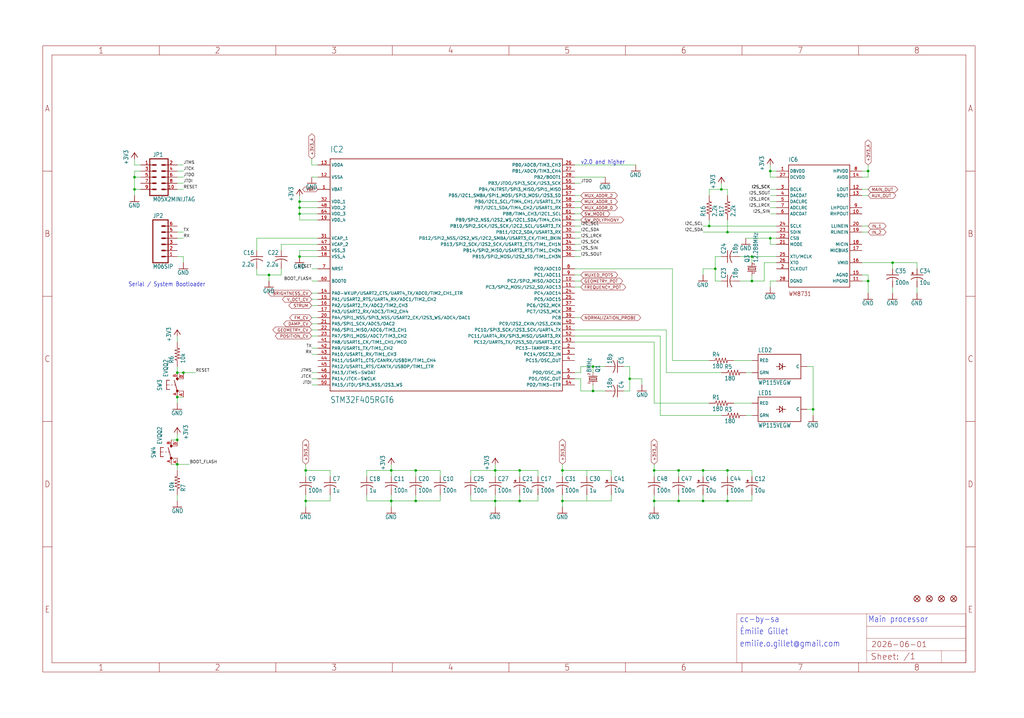
<source format=kicad_sch>
(kicad_sch (version 20231120) (generator "eeschema") (generator_version "8.0")
  (paper "User" 425.45 298.602)
  (lib_symbols
    (symbol "4URings-eagle-import:+3V3" (power)
      (symbol "+3V3_1_0"
        (pin power_in line (at 0 -2.54 90) (length 2.54) (name "+3V3") (number "1"))
      )
    )
    (symbol "4URings-eagle-import:A3L-LOC"
      (symbol "A3L-LOC_1_0"
        (text "${#}/${##}" (at 357.505 5.08 0) (effects (font (size 2.54 2.54)) (justify left bottom)))
        (text "${CURRENT_DATE}" (at 344.17 10.16 0) (effects (font (size 2.286 2.286)) (justify left bottom)))
        (text "${PROJECTNAME}" (at 344.17 15.24 0) (effects (font (size 2.54 2.54)) (justify left bottom)))
        (text "1" (at 24.2094 1.905 0) (effects (font (size 2.54 2.286))))
        (text "1" (at 24.2094 258.445 0) (effects (font (size 2.54 2.286))))
        (text "2" (at 72.6281 1.905 0) (effects (font (size 2.54 2.286))))
        (text "2" (at 72.6281 258.445 0) (effects (font (size 2.54 2.286))))
        (text "3" (at 121.0469 1.905 0) (effects (font (size 2.54 2.286))))
        (text "3" (at 121.0469 258.445 0) (effects (font (size 2.54 2.286))))
        (text "4" (at 169.4656 1.905 0) (effects (font (size 2.54 2.286))))
        (text "4" (at 169.4656 258.445 0) (effects (font (size 2.54 2.286))))
        (text "5" (at 217.8844 1.905 0) (effects (font (size 2.54 2.286))))
        (text "5" (at 217.8844 258.445 0) (effects (font (size 2.54 2.286))))
        (text "6" (at 266.3031 1.905 0) (effects (font (size 2.54 2.286))))
        (text "6" (at 266.3031 258.445 0) (effects (font (size 2.54 2.286))))
        (text "7" (at 314.7219 1.905 0) (effects (font (size 2.54 2.286))))
        (text "7" (at 314.7219 258.445 0) (effects (font (size 2.54 2.286))))
        (text "8" (at 363.1406 1.905 0) (effects (font (size 2.54 2.286))))
        (text "8" (at 363.1406 258.445 0) (effects (font (size 2.54 2.286))))
        (text "A" (at 1.905 234.315 0) (effects (font (size 2.54 2.286))))
        (text "A" (at 385.445 234.315 0) (effects (font (size 2.54 2.286))))
        (text "B" (at 1.905 182.245 0) (effects (font (size 2.54 2.286))))
        (text "B" (at 385.445 182.245 0) (effects (font (size 2.54 2.286))))
        (text "C" (at 1.905 130.175 0) (effects (font (size 2.54 2.286))))
        (text "C" (at 385.445 130.175 0) (effects (font (size 2.54 2.286))))
        (text "D" (at 1.905 78.105 0) (effects (font (size 2.54 2.286))))
        (text "D" (at 385.445 78.105 0) (effects (font (size 2.54 2.286))))
        (text "E" (at 1.905 26.035 0) (effects (font (size 2.54 2.286))))
        (text "E" (at 385.445 26.035 0) (effects (font (size 2.54 2.286))))
        (text "Sheet:" (at 343.916 4.953 0) (effects (font (size 2.54 2.54)) (justify left bottom)))
      )
    )
    (symbol "4URings-eagle-import:C-USC0603"
      (property "Reference" "C" (at 1.016 0.635 0))
      (symbol "C-USC0603_1_0"
        (pin passive line (at 0 2.54 270) (length 2.54) (name "1") (number "1"))
        (pin passive line (at 0 -5.08 90) (length 2.54) (name "2") (number "2"))
      )
    )
    (symbol "4URings-eagle-import:C-USC0805"
      (property "Reference" "C" (at 1.016 0.635 0))
      (symbol "C-USC0805_1_0"
        (pin passive line (at 0 2.54 270) (length 2.54) (name "1") (number "1"))
        (pin passive line (at 0 -5.08 90) (length 2.54) (name "2") (number "2"))
      )
    )
    (symbol "4URings-eagle-import:CPOL-USA"
      (property "Reference" "C" (at 1.016 0.635 0))
      (symbol "CPOL-USA_1_0"
        (pin passive line (at 0 2.54 270) (length 2.54) (name "+") (number "+"))
        (pin passive line (at 0 -5.08 90) (length 2.54) (name "-") (number "-"))
      )
    )
    (symbol "4URings-eagle-import:CRYSTALHC49UP"
      (property "Reference" "Q" (at 2.54 1.016 0))
      (symbol "CRYSTALHC49UP_1_0"
        (text "1" (at -2.159 -1.143 0) (effects (font (size 0.8636 0.734)) (justify left bottom)))
        (text "2" (at 1.524 -1.143 0) (effects (font (size 0.8636 0.734)) (justify left bottom)))
        (pin passive line (at -2.54 0 0) (length 0) (name "1") (number "1"))
        (pin passive line (at 2.54 0 180) (length 0) (name "2") (number "2"))
      )
    )
    (symbol "4URings-eagle-import:EVQQ2"
      (symbol "EVQQ2_1_0"
        (pin passive line (at 0 -5.08 90) (length 2.54) (name "P") (number "A"))
        (pin passive line (at 2.54 -5.08 90) (length 2.54) (name "P1") (number "A'"))
        (pin passive line (at 0 5.08 270) (length 2.54) (name "S") (number "B"))
        (pin passive line (at 2.54 5.08 270) (length 2.54) (name "S1") (number "B'"))
      )
    )
    (symbol "4URings-eagle-import:FIDUCIAL1X2")
    (symbol "4URings-eagle-import:GND" (power)
      (symbol "GND_1_0"
        (pin power_in line (at 0 2.54 270) (length 2.54) (name "GND") (number "1"))
      )
    )
    (symbol "4URings-eagle-import:LED-BICOLOR-THROUGHHOLE"
      (property "Reference" "LED" (at -7.62 5.842 0))
      (symbol "LED-BICOLOR-THROUGHHOLE_1_0"
        (pin bidirectional line (at -10.16 -2.54 0) (length 2.54) (name "GRN") (number "1"))
        (pin bidirectional line (at 12.7 0 180) (length 2.54) (name "C") (number "2"))
        (pin bidirectional line (at -10.16 2.54 0) (length 2.54) (name "RED") (number "3"))
      )
    )
    (symbol "4URings-eagle-import:M05X2MINIJTAG"
      (property "Reference" "JP" (at -2.54 8.382 0))
      (symbol "M05X2MINIJTAG_1_0"
        (pin passive line (at -7.62 5.08 0) (length 5.08) (name "1") (number "1"))
        (pin passive line (at 7.62 -5.08 180) (length 5.08) (name "10") (number "10"))
        (pin passive line (at 7.62 5.08 180) (length 5.08) (name "2") (number "2"))
        (pin passive line (at -7.62 2.54 0) (length 5.08) (name "3") (number "3"))
        (pin passive line (at 7.62 2.54 180) (length 5.08) (name "4") (number "4"))
        (pin passive line (at -7.62 0 0) (length 5.08) (name "5") (number "5"))
        (pin passive line (at 7.62 0 180) (length 5.08) (name "6") (number "6"))
        (pin passive line (at -7.62 -2.54 0) (length 5.08) (name "7") (number "7"))
        (pin passive line (at 7.62 -2.54 180) (length 5.08) (name "8") (number "8"))
        (pin passive line (at -7.62 -5.08 0) (length 5.08) (name "9") (number "9"))
      )
    )
    (symbol "4URings-eagle-import:M06SIP"
      (property "Reference" "JP" (at -5.08 10.922 0))
      (symbol "M06SIP_1_0"
        (pin passive line (at 5.08 -5.08 180) (length 5.08) (name "1") (number "1"))
        (pin passive line (at 5.08 -2.54 180) (length 5.08) (name "2") (number "2"))
        (pin passive line (at 5.08 0 180) (length 5.08) (name "3") (number "3"))
        (pin passive line (at 5.08 2.54 180) (length 5.08) (name "4") (number "4"))
        (pin passive line (at 5.08 5.08 180) (length 5.08) (name "5") (number "5"))
        (pin passive line (at 5.08 7.62 180) (length 5.08) (name "6") (number "6"))
      )
    )
    (symbol "4URings-eagle-import:R-US_R0603"
      (property "Reference" "R" (at -3.81 1.4986 0))
      (symbol "R-US_R0603_1_0"
        (pin passive line (at -5.08 0 0) (length 2.54) (name "1") (number "1"))
        (pin passive line (at 5.08 0 180) (length 2.54) (name "2") (number "2"))
      )
    )
    (symbol "4URings-eagle-import:STM32F20X"
      (property "Reference" "UC" (at -48.26 50.8 0))
      (symbol "STM32F20X_1_0"
        (pin power_in line (at -53.34 35.56 0) (length 5.08) (name "VBAT") (number "1"))
        (pin bidirectional line (at 53.34 -2.54 180) (length 5.08) (name "PC2/SPI2_MISO/ADC12") (number "10"))
        (pin bidirectional line (at 53.34 -5.08 180) (length 5.08) (name "PC3/SPI2_MOSI/I2S2_SD/ADC13") (number "11"))
        (pin power_in line (at -53.34 40.64 0) (length 5.08) (name "VSSA") (number "12"))
        (pin power_in line (at -53.34 45.72 0) (length 5.08) (name "VDDA") (number "13"))
        (pin bidirectional line (at -53.34 -7.62 0) (length 5.08) (name "PA0-WKUP/USART2_CTS/UART4_TX/ADC0/TIM2_CH1_ETR") (number "14"))
        (pin bidirectional line (at -53.34 -10.16 0) (length 5.08) (name "PA1/USART2_RTS/UART4_RX/ADC1/TIM2_CH2") (number "15"))
        (pin bidirectional line (at -53.34 -12.7 0) (length 5.08) (name "PA2/USART2_TX/ADC2/TIM2_CH3") (number "16"))
        (pin bidirectional line (at -53.34 -15.24 0) (length 5.08) (name "PA3/USART2_RX/ADC3/TIM2_CH4") (number "17"))
        (pin power_in line (at -53.34 7.62 0) (length 5.08) (name "VSS_4") (number "18"))
        (pin power_in line (at -53.34 22.86 0) (length 5.08) (name "VDD_4") (number "19"))
        (pin bidirectional line (at 53.34 -30.48 180) (length 5.08) (name "PC13-TAMPER-RTC") (number "2"))
        (pin bidirectional line (at -53.34 -17.78 0) (length 5.08) (name "PA4/SPI1_NSS/SPI3_NSS/USART2_CK/I2S3_WS/ADC4/DAC1") (number "20"))
        (pin bidirectional line (at -53.34 -20.32 0) (length 5.08) (name "PA5/SPI1_SCK/ADC5/DAC2") (number "21"))
        (pin bidirectional line (at -53.34 -22.86 0) (length 5.08) (name "PA6/SPI1_MISO/ADC6/TIM3_CH1") (number "22"))
        (pin bidirectional line (at -53.34 -25.4 0) (length 5.08) (name "PA7/SPI1_MOSI/ADC7/TIM3_CH2") (number "23"))
        (pin bidirectional line (at 53.34 -7.62 180) (length 5.08) (name "PC4/ADC14") (number "24"))
        (pin bidirectional line (at 53.34 -10.16 180) (length 5.08) (name "PC5/ADC15") (number "25"))
        (pin bidirectional line (at 53.34 45.72 180) (length 5.08) (name "PB0/ADC8/TIM3_CH3") (number "26"))
        (pin bidirectional line (at 53.34 43.18 180) (length 5.08) (name "PB1/ADC9/TIM3_CH4") (number "27"))
        (pin bidirectional line (at 53.34 40.64 180) (length 5.08) (name "PB2/BOOT1") (number "28"))
        (pin bidirectional line (at 53.34 20.32 180) (length 5.08) (name "PB10/SPI2_SCK/I2S_SCK/I2C2_SCL/USART3_TX") (number "29"))
        (pin bidirectional line (at 53.34 -33.02 180) (length 5.08) (name "PC14/OSC32_IN") (number "3"))
        (pin bidirectional line (at 53.34 17.78 180) (length 5.08) (name "PB11/I2C2_SDA/USART3_RX") (number "30"))
        (pin power_in line (at -53.34 15.24 0) (length 5.08) (name "VCAP_1") (number "31"))
        (pin power_in line (at -53.34 30.48 0) (length 5.08) (name "VDD_1") (number "32"))
        (pin bidirectional line (at 53.34 15.24 180) (length 5.08) (name "PB12/SPI2_NSS/I2S2_WS/I2C2_SMBA/USART3_CK/TIM1_BKIN") (number "33"))
        (pin bidirectional line (at 53.34 12.7 180) (length 5.08) (name "PB13/SPI2_SCK/I2S2_SCK/USART3_CTS/TIM1_CH1N") (number "34"))
        (pin bidirectional line (at 53.34 10.16 180) (length 5.08) (name "PB14/SPI2_MISO/USART3_RTS/TIM1_CH2N") (number "35"))
        (pin bidirectional line (at 53.34 7.62 180) (length 5.08) (name "PB15/SPI2_MOSI/I2S2_SD/TIM1_CH3N") (number "36"))
        (pin bidirectional line (at 53.34 -12.7 180) (length 5.08) (name "PC6/I2S2_MCK") (number "37"))
        (pin bidirectional line (at 53.34 -15.24 180) (length 5.08) (name "PC7/I2S3_MCK") (number "38"))
        (pin bidirectional line (at 53.34 -17.78 180) (length 5.08) (name "PC8") (number "39"))
        (pin bidirectional line (at 53.34 -35.56 180) (length 5.08) (name "PC15/OSC_OUT") (number "4"))
        (pin bidirectional line (at 53.34 -20.32 180) (length 5.08) (name "PC9/I2S2_CKIN/I2S3_CKIN") (number "40"))
        (pin bidirectional line (at -53.34 -27.94 0) (length 5.08) (name "PA8/USART1_CK/TIM1_CH1/MCO") (number "41"))
        (pin bidirectional line (at -53.34 -30.48 0) (length 5.08) (name "PA9/USART1_TX/TIM1_CH2") (number "42"))
        (pin bidirectional line (at -53.34 -33.02 0) (length 5.08) (name "PA10/USART1_RX/TIM1_CH3") (number "43"))
        (pin bidirectional line (at -53.34 -35.56 0) (length 5.08) (name "PA11/USART1_CTS/CANRX/USBDM/TIM1_CH4") (number "44"))
        (pin bidirectional line (at -53.34 -38.1 0) (length 5.08) (name "PA12/USART1_RTS/CANTX/USBDP/TIM1_ETR") (number "45"))
        (pin bidirectional line (at -53.34 -40.64 0) (length 5.08) (name "PA13/JTMS-SWDAT") (number "46"))
        (pin power_in line (at -53.34 12.7 0) (length 5.08) (name "VCAP_2") (number "47"))
        (pin power_in line (at -53.34 27.94 0) (length 5.08) (name "VDD_2") (number "48"))
        (pin bidirectional line (at -53.34 -43.18 0) (length 5.08) (name "PA14/JTCK-SWCLK") (number "49"))
        (pin bidirectional line (at 53.34 -40.64 180) (length 5.08) (name "PD0/OSC_IN") (number "5"))
        (pin bidirectional line (at -53.34 -45.72 0) (length 5.08) (name "PA15/JTDI/SPI3_NSS/I2S3_WS") (number "50"))
        (pin bidirectional line (at 53.34 -22.86 180) (length 5.08) (name "PC10/SPI3_SCK/I2S3_SCK/UART4_TX") (number "51"))
        (pin bidirectional line (at 53.34 -25.4 180) (length 5.08) (name "PC11/UART4_RX/SPI3_MISO/USART3_RX") (number "52"))
        (pin bidirectional line (at 53.34 -27.94 180) (length 5.08) (name "PC12/UART5_TX/I2S3_SD/USART3_CK") (number "53"))
        (pin bidirectional line (at 53.34 -45.72 180) (length 5.08) (name "PD2/TIM3-ETR") (number "54"))
        (pin bidirectional line (at 53.34 38.1 180) (length 5.08) (name "PB3/JTDO/SPI3_SCK/I2S3_SCK") (number "55"))
        (pin bidirectional line (at 53.34 35.56 180) (length 5.08) (name "PB4/NJTRST/SPI3_MISO/SPI1_MISO") (number "56"))
        (pin bidirectional line (at 53.34 33.02 180) (length 5.08) (name "PB5/I2C1_SMBA/SPI1_MOSI/SPI3_MOSI/I2S3_SD") (number "57"))
        (pin bidirectional line (at 53.34 30.48 180) (length 5.08) (name "PB6/I2C1_SCL/TIM4_CH1/USART1_TX") (number "58"))
        (pin bidirectional line (at 53.34 27.94 180) (length 5.08) (name "PB7/I2C1_SDA/TIM4_CH2/USART1_RX") (number "59"))
        (pin bidirectional line (at 53.34 -43.18 180) (length 5.08) (name "PD1/OSC_OUT") (number "6"))
        (pin bidirectional line (at -53.34 -2.54 0) (length 5.08) (name "BOOT0") (number "60"))
        (pin bidirectional line (at 53.34 25.4 180) (length 5.08) (name "PB8/TIM4_CH3/I2C1_SCL") (number "61"))
        (pin bidirectional line (at 53.34 22.86 180) (length 5.08) (name "PB9/SPI2_NSS/I2S2_WS/I2C1_SDA/TIM4_CH4") (number "62"))
        (pin power_in line (at -53.34 10.16 0) (length 5.08) (name "VSS_3") (number "63"))
        (pin power_in line (at -53.34 25.4 0) (length 5.08) (name "VDD_3") (number "64"))
        (pin bidirectional line (at -53.34 2.54 0) (length 5.08) (name "NRST") (number "7"))
        (pin bidirectional line (at 53.34 2.54 180) (length 5.08) (name "PC0/ADC10") (number "8"))
        (pin bidirectional line (at 53.34 0 180) (length 5.08) (name "PC1/ADC11") (number "9"))
      )
    )
    (symbol "4URings-eagle-import:WM8731"
      (property "Reference" "U" (at -12.7 26.67 0))
      (symbol "WM8731_1_0"
        (text "WM8731" (at -12.7 -29.21 0) (effects (font (size 1.778 1.5113)) (justify left bottom)))
        (pin bidirectional line (at -17.78 22.86 0) (length 5.08) (name "DBVDD") (number "1"))
        (pin bidirectional line (at 17.78 5.08 180) (length 5.08) (name "RHPOUT") (number "10"))
        (pin bidirectional line (at 17.78 -22.86 180) (length 5.08) (name "HPGND") (number "11"))
        (pin bidirectional line (at 17.78 15.24 180) (length 5.08) (name "LOUT") (number "12"))
        (pin bidirectional line (at 17.78 12.7 180) (length 5.08) (name "ROUT") (number "13"))
        (pin bidirectional line (at 17.78 20.32 180) (length 5.08) (name "AVDD") (number "14"))
        (pin bidirectional line (at 17.78 -20.32 180) (length 5.08) (name "AGND") (number "15"))
        (pin bidirectional line (at 17.78 -15.24 180) (length 5.08) (name "VMID") (number "16"))
        (pin bidirectional line (at 17.78 -10.16 180) (length 5.08) (name "MICBIAS") (number "17"))
        (pin bidirectional line (at 17.78 -7.62 180) (length 5.08) (name "MICIN") (number "18"))
        (pin bidirectional line (at 17.78 -2.54 180) (length 5.08) (name "RLINEIN") (number "19"))
        (pin bidirectional line (at -17.78 -17.78 0) (length 5.08) (name "CLKOUT") (number "2"))
        (pin bidirectional line (at 17.78 0 180) (length 5.08) (name "LLINEIN") (number "20"))
        (pin bidirectional line (at -17.78 -7.62 0) (length 5.08) (name "MODE") (number "21"))
        (pin bidirectional line (at -17.78 -5.08 0) (length 5.08) (name "CSB") (number "22"))
        (pin bidirectional line (at -17.78 -2.54 0) (length 5.08) (name "SDIN") (number "23"))
        (pin bidirectional line (at -17.78 0 0) (length 5.08) (name "SCLK") (number "24"))
        (pin bidirectional line (at -17.78 -12.7 0) (length 5.08) (name "XTI/MCLK") (number "25"))
        (pin bidirectional line (at -17.78 -15.24 0) (length 5.08) (name "XTO") (number "26"))
        (pin bidirectional line (at -17.78 20.32 0) (length 5.08) (name "DCVDD") (number "27"))
        (pin bidirectional line (at -17.78 -22.86 0) (length 5.08) (name "DGND") (number "28"))
        (pin bidirectional line (at -17.78 15.24 0) (length 5.08) (name "BCLK") (number "3"))
        (pin bidirectional line (at -17.78 12.7 0) (length 5.08) (name "DACDAT") (number "4"))
        (pin bidirectional line (at -17.78 10.16 0) (length 5.08) (name "DACLRC") (number "5"))
        (pin bidirectional line (at -17.78 5.08 0) (length 5.08) (name "ADCDAT") (number "6"))
        (pin bidirectional line (at -17.78 7.62 0) (length 5.08) (name "ADCLRC") (number "7"))
        (pin bidirectional line (at 17.78 22.86 180) (length 5.08) (name "HPVDD") (number "8"))
        (pin bidirectional line (at 17.78 7.62 180) (length 5.08) (name "LHPOUT") (number "9"))
      )
    )
  )
  (junction (at 337.82 170.18))
  (junction (at 76.2 154.94))
  (junction (at 215.9 195.58))
  (junction (at 302.26 208.28))
  (junction (at 370.84 109.22))
  (junction (at 127 208.28))
  (junction (at 73.66 154.94))
  (junction (at 205.74 195.58))
  (junction (at 124.46 86.36))
  (junction (at 55.88 78.74))
  (junction (at 162.56 208.28))
  (junction (at 297.18 111.76))
  (junction (at 271.78 195.58))
  (junction (at 127 195.58))
  (junction (at 302.26 195.58))
  (junction (at 281.94 208.28))
  (junction (at 302.26 96.52))
  (junction (at 215.9 208.28))
  (junction (at 312.42 116.84))
  (junction (at 124.46 83.82))
  (junction (at 55.88 73.66))
  (junction (at 124.46 106.68))
  (junction (at 360.68 116.84))
  (junction (at 233.68 195.58))
  (junction (at 261.62 157.48))
  (junction (at 312.42 106.68))
  (junction (at 299.72 78.74))
  (junction (at 73.66 182.88))
  (junction (at 124.46 88.9))
  (junction (at 233.68 208.28))
  (junction (at 294.64 93.98))
  (junction (at 281.94 195.58))
  (junction (at 320.04 99.06))
  (junction (at 320.04 71.12))
  (junction (at 162.56 195.58))
  (junction (at 246.38 152.4))
  (junction (at 292.1 195.58))
  (junction (at 73.66 193.04))
  (junction (at 360.68 71.12))
  (junction (at 172.72 208.28))
  (junction (at 111.76 114.3))
  (junction (at 246.38 162.56))
  (junction (at 292.1 208.28))
  (junction (at 205.74 208.28))
  (junction (at 73.66 165.1))
  (junction (at 271.78 208.28))
  (junction (at 172.72 195.58))
  (wire (pts (xy 274.32 139.7) (xy 238.76 139.7)) (stroke (width 0.1524)))
  (wire (pts (xy 182.88 208.28) (xy 182.88 205.74)) (stroke (width 0.1524)))
  (wire (pts (xy 271.78 195.58) (xy 281.94 195.58)) (stroke (width 0.1524)))
  (wire (pts (xy 152.4 198.12) (xy 152.4 195.58)) (stroke (width 0.1524)))
  (wire (pts (xy 322.58 78.74) (xy 320.04 78.74)) (stroke (width 0.1524)))
  (wire (pts (xy 127 195.58) (xy 127 198.12)) (stroke (width 0.1524)))
  (wire (pts (xy 73.66 106.68) (xy 76.2 106.68)) (stroke (width 0.1524)))
  (wire (pts (xy 127 208.28) (xy 137.16 208.28)) (stroke (width 0.1524)))
  (wire (pts (xy 261.62 157.48) (xy 266.7 157.48)) (stroke (width 0.1524)))
  (wire (pts (xy 58.42 71.12) (xy 55.88 71.12)) (stroke (width 0.1524)))
  (wire (pts (xy 312.42 106.68) (xy 312.42 109.22)) (stroke (width 0.1524)))
  (wire (pts (xy 307.34 106.68) (xy 312.42 106.68)) (stroke (width 0.1524)))
  (wire (pts (xy 238.76 96.52) (xy 241.3 96.52)) (stroke (width 0.1524)))
  (wire (pts (xy 129.54 68.58) (xy 129.54 66.04)) (stroke (width 0.1524)))
  (wire (pts (xy 358.14 81.28) (xy 360.68 81.28)) (stroke (width 0.1524)))
  (wire (pts (xy 233.68 208.28) (xy 233.68 210.82)) (stroke (width 0.1524)))
  (wire (pts (xy 261.62 152.4) (xy 261.62 157.48)) (stroke (width 0.1524)))
  (wire (pts (xy 73.66 165.1) (xy 76.2 165.1)) (stroke (width 0.1524)))
  (wire (pts (xy 309.88 154.94) (xy 312.42 154.94)) (stroke (width 0.1524)))
  (wire (pts (xy 297.18 111.76) (xy 297.18 116.84)) (stroke (width 0.1524)))
  (wire (pts (xy 233.68 208.28) (xy 243.84 208.28)) (stroke (width 0.1524)))
  (wire (pts (xy 381 119.38) (xy 381 121.92)) (stroke (width 0.1524)))
  (wire (pts (xy 309.88 172.72) (xy 312.42 172.72)) (stroke (width 0.1524)))
  (wire (pts (xy 111.76 116.84) (xy 111.76 114.3)) (stroke (width 0.1524)))
  (wire (pts (xy 322.58 116.84) (xy 320.04 116.84)) (stroke (width 0.1524)))
  (wire (pts (xy 322.58 99.06) (xy 320.04 99.06)) (stroke (width 0.1524)))
  (wire (pts (xy 307.34 116.84) (xy 312.42 116.84)) (stroke (width 0.1524)))
  (wire (pts (xy 127 205.74) (xy 127 208.28)) (stroke (width 0.1524)))
  (wire (pts (xy 238.76 81.28) (xy 241.3 81.28)) (stroke (width 0.1524)))
  (wire (pts (xy 124.46 88.9) (xy 132.08 88.9)) (stroke (width 0.1524)))
  (wire (pts (xy 312.42 208.28) (xy 312.42 205.74)) (stroke (width 0.1524)))
  (wire (pts (xy 132.08 116.84) (xy 129.54 116.84)) (stroke (width 0.1524)))
  (wire (pts (xy 246.38 162.56) (xy 241.3 162.56)) (stroke (width 0.1524)))
  (wire (pts (xy 162.56 198.12) (xy 162.56 195.58)) (stroke (width 0.1524)))
  (wire (pts (xy 195.58 208.28) (xy 205.74 208.28)) (stroke (width 0.1524)))
  (wire (pts (xy 271.78 167.64) (xy 271.78 142.24)) (stroke (width 0.1524)))
  (wire (pts (xy 127 195.58) (xy 137.16 195.58)) (stroke (width 0.1524)))
  (wire (pts (xy 254 195.58) (xy 254 198.12)) (stroke (width 0.1524)))
  (wire (pts (xy 73.66 73.66) (xy 76.2 73.66)) (stroke (width 0.1524)))
  (wire (pts (xy 132.08 144.78) (xy 129.54 144.78)) (stroke (width 0.1524)))
  (wire (pts (xy 73.66 152.4) (xy 73.66 154.94)) (stroke (width 0.1524)))
  (wire (pts (xy 73.66 99.06) (xy 76.2 99.06)) (stroke (width 0.1524)))
  (wire (pts (xy 254 208.28) (xy 254 205.74)) (stroke (width 0.1524)))
  (wire (pts (xy 132.08 132.08) (xy 129.54 132.08)) (stroke (width 0.1524)))
  (wire (pts (xy 243.84 208.28) (xy 243.84 205.74)) (stroke (width 0.1524)))
  (wire (pts (xy 302.26 208.28) (xy 302.26 205.74)) (stroke (width 0.1524)))
  (wire (pts (xy 195.58 198.12) (xy 195.58 195.58)) (stroke (width 0.1524)))
  (wire (pts (xy 320.04 101.6) (xy 322.58 101.6)) (stroke (width 0.1524)))
  (wire (pts (xy 73.66 76.2) (xy 76.2 76.2)) (stroke (width 0.1524)))
  (wire (pts (xy 276.86 137.16) (xy 276.86 154.94)) (stroke (width 0.1524)))
  (wire (pts (xy 172.72 208.28) (xy 182.88 208.28)) (stroke (width 0.1524)))
  (wire (pts (xy 172.72 208.28) (xy 172.72 205.74)) (stroke (width 0.1524)))
  (wire (pts (xy 243.84 195.58) (xy 243.84 198.12)) (stroke (width 0.1524)))
  (wire (pts (xy 320.04 99.06) (xy 320.04 101.6)) (stroke (width 0.1524)))
  (wire (pts (xy 271.78 198.12) (xy 271.78 195.58)) (stroke (width 0.1524)))
  (wire (pts (xy 132.08 139.7) (xy 129.54 139.7)) (stroke (width 0.1524)))
  (wire (pts (xy 292.1 208.28) (xy 292.1 205.74)) (stroke (width 0.1524)))
  (wire (pts (xy 360.68 73.66) (xy 360.68 71.12)) (stroke (width 0.1524)))
  (wire (pts (xy 58.42 68.58) (xy 55.88 68.58)) (stroke (width 0.1524)))
  (wire (pts (xy 238.76 104.14) (xy 241.3 104.14)) (stroke (width 0.1524)))
  (wire (pts (xy 271.78 142.24) (xy 238.76 142.24)) (stroke (width 0.1524)))
  (wire (pts (xy 238.76 101.6) (xy 241.3 101.6)) (stroke (width 0.1524)))
  (wire (pts (xy 55.88 78.74) (xy 55.88 81.28)) (stroke (width 0.1524)))
  (wire (pts (xy 238.76 88.9) (xy 241.3 88.9)) (stroke (width 0.1524)))
  (wire (pts (xy 215.9 208.28) (xy 223.52 208.28)) (stroke (width 0.1524)))
  (wire (pts (xy 215.9 195.58) (xy 223.52 195.58)) (stroke (width 0.1524)))
  (wire (pts (xy 358.14 96.52) (xy 360.68 96.52)) (stroke (width 0.1524)))
  (wire (pts (xy 172.72 195.58) (xy 172.72 198.12)) (stroke (width 0.1524)))
  (wire (pts (xy 297.18 106.68) (xy 297.18 111.76)) (stroke (width 0.1524)))
  (wire (pts (xy 162.56 210.82) (xy 162.56 208.28)) (stroke (width 0.1524)))
  (wire (pts (xy 124.46 91.44) (xy 132.08 91.44)) (stroke (width 0.1524)))
  (wire (pts (xy 312.42 195.58) (xy 312.42 198.12)) (stroke (width 0.1524)))
  (wire (pts (xy 233.68 205.74) (xy 233.68 208.28)) (stroke (width 0.1524)))
  (wire (pts (xy 322.58 106.68) (xy 312.42 106.68)) (stroke (width 0.1524)))
  (wire (pts (xy 215.9 198.12) (xy 215.9 195.58)) (stroke (width 0.1524)))
  (wire (pts (xy 238.76 83.82) (xy 241.3 83.82)) (stroke (width 0.1524)))
  (wire (pts (xy 162.56 195.58) (xy 172.72 195.58)) (stroke (width 0.1524)))
  (wire (pts (xy 358.14 71.12) (xy 360.68 71.12)) (stroke (width 0.1524)))
  (wire (pts (xy 106.68 114.3) (xy 111.76 114.3)) (stroke (width 0.1524)))
  (wire (pts (xy 304.8 167.64) (xy 312.42 167.64)) (stroke (width 0.1524)))
  (wire (pts (xy 294.64 93.98) (xy 322.58 93.98)) (stroke (width 0.1524)))
  (wire (pts (xy 370.84 109.22) (xy 381 109.22)) (stroke (width 0.1524)))
  (wire (pts (xy 132.08 121.92) (xy 129.54 121.92)) (stroke (width 0.1524)))
  (wire (pts (xy 55.88 73.66) (xy 55.88 78.74)) (stroke (width 0.1524)))
  (wire (pts (xy 302.26 96.52) (xy 292.1 96.52)) (stroke (width 0.1524)))
  (wire (pts (xy 124.46 104.14) (xy 124.46 106.68)) (stroke (width 0.1524)))
  (wire (pts (xy 302.26 91.44) (xy 302.26 96.52)) (stroke (width 0.1524)))
  (wire (pts (xy 132.08 160.02) (xy 129.54 160.02)) (stroke (width 0.1524)))
  (wire (pts (xy 233.68 198.12) (xy 233.68 195.58)) (stroke (width 0.1524)))
  (wire (pts (xy 215.9 208.28) (xy 215.9 205.74)) (stroke (width 0.1524)))
  (wire (pts (xy 335.28 170.18) (xy 337.82 170.18)) (stroke (width 0.1524)))
  (wire (pts (xy 132.08 83.82) (xy 124.46 83.82)) (stroke (width 0.1524)))
  (wire (pts (xy 335.28 152.4) (xy 337.82 152.4)) (stroke (width 0.1524)))
  (wire (pts (xy 370.84 109.22) (xy 370.84 111.76)) (stroke (width 0.1524)))
  (wire (pts (xy 299.72 78.74) (xy 299.72 76.2)) (stroke (width 0.1524)))
  (wire (pts (xy 205.74 208.28) (xy 205.74 210.82)) (stroke (width 0.1524)))
  (wire (pts (xy 73.66 165.1) (xy 73.66 167.64)) (stroke (width 0.1524)))
  (wire (pts (xy 320.04 116.84) (xy 320.04 119.38)) (stroke (width 0.1524)))
  (wire (pts (xy 320.04 86.36) (xy 322.58 86.36)) (stroke (width 0.1524)))
  (wire (pts (xy 106.68 99.06) (xy 132.08 99.06)) (stroke (width 0.1524)))
  (wire (pts (xy 124.46 83.82) (xy 124.46 86.36)) (stroke (width 0.1524)))
  (wire (pts (xy 73.66 180.34) (xy 73.66 182.88)) (stroke (width 0.1524)))
  (wire (pts (xy 281.94 195.58) (xy 292.1 195.58)) (stroke (width 0.1524)))
  (wire (pts (xy 233.68 195.58) (xy 233.68 193.04)) (stroke (width 0.1524)))
  (wire (pts (xy 292.1 208.28) (xy 302.26 208.28)) (stroke (width 0.1524)))
  (wire (pts (xy 358.14 114.3) (xy 360.68 114.3)) (stroke (width 0.1524)))
  (wire (pts (xy 292.1 195.58) (xy 302.26 195.58)) (stroke (width 0.1524)))
  (wire (pts (xy 116.84 104.14) (xy 116.84 101.6)) (stroke (width 0.1524)))
  (wire (pts (xy 266.7 157.48) (xy 266.7 160.02)) (stroke (width 0.1524)))
  (wire (pts (xy 124.46 86.36) (xy 124.46 88.9)) (stroke (width 0.1524)))
  (wire (pts (xy 302.26 81.28) (xy 302.26 78.74)) (stroke (width 0.1524)))
  (wire (pts (xy 294.64 81.28) (xy 294.64 78.74)) (stroke (width 0.1524)))
  (wire (pts (xy 124.46 88.9) (xy 124.46 91.44)) (stroke (width 0.1524)))
  (wire (pts (xy 152.4 208.28) (xy 162.56 208.28)) (stroke (width 0.1524)))
  (wire (pts (xy 223.52 195.58) (xy 223.52 198.12)) (stroke (width 0.1524)))
  (wire (pts (xy 271.78 208.28) (xy 271.78 210.82)) (stroke (width 0.1524)))
  (wire (pts (xy 276.86 154.94) (xy 299.72 154.94)) (stroke (width 0.1524)))
  (wire (pts (xy 71.12 182.88) (xy 73.66 182.88)) (stroke (width 0.1524)))
  (wire (pts (xy 299.72 78.74) (xy 294.64 78.74)) (stroke (width 0.1524)))
  (wire (pts (xy 271.78 195.58) (xy 271.78 193.04)) (stroke (width 0.1524)))
  (wire (pts (xy 238.76 114.3) (xy 241.3 114.3)) (stroke (width 0.1524)))
  (wire (pts (xy 76.2 154.94) (xy 81.28 154.94)) (stroke (width 0.1524)))
  (wire (pts (xy 73.66 195.58) (xy 73.66 193.04)) (stroke (width 0.1524)))
  (wire (pts (xy 320.04 83.82) (xy 322.58 83.82)) (stroke (width 0.1524)))
  (wire (pts (xy 162.56 208.28) (xy 172.72 208.28)) (stroke (width 0.1524)))
  (wire (pts (xy 322.58 96.52) (xy 302.26 96.52)) (stroke (width 0.1524)))
  (wire (pts (xy 320.04 71.12) (xy 320.04 68.58)) (stroke (width 0.1524)))
  (wire (pts (xy 276.86 137.16) (xy 238.76 137.16)) (stroke (width 0.1524)))
  (wire (pts (xy 195.58 195.58) (xy 205.74 195.58)) (stroke (width 0.1524)))
  (wire (pts (xy 111.76 114.3) (xy 116.84 114.3)) (stroke (width 0.1524)))
  (wire (pts (xy 259.08 152.4) (xy 261.62 152.4)) (stroke (width 0.1524)))
  (wire (pts (xy 238.76 116.84) (xy 241.3 116.84)) (stroke (width 0.1524)))
  (wire (pts (xy 304.8 149.86) (xy 312.42 149.86)) (stroke (width 0.1524)))
  (wire (pts (xy 132.08 73.66) (xy 129.54 73.66)) (stroke (width 0.1524)))
  (wire (pts (xy 261.62 162.56) (xy 259.08 162.56)) (stroke (width 0.1524)))
  (wire (pts (xy 360.68 114.3) (xy 360.68 116.84)) (stroke (width 0.1524)))
  (wire (pts (xy 238.76 154.94) (xy 241.3 154.94)) (stroke (width 0.1524)))
  (wire (pts (xy 358.14 109.22) (xy 370.84 109.22)) (stroke (width 0.1524)))
  (wire (pts (xy 238.76 68.58) (xy 264.16 68.58)) (stroke (width 0.1524)))
  (wire (pts (xy 279.4 111.76) (xy 279.4 149.86)) (stroke (width 0.1524)))
  (wire (pts (xy 238.76 73.66) (xy 251.46 73.66)) (stroke (width 0.1524)))
  (wire (pts (xy 152.4 205.74) (xy 152.4 208.28)) (stroke (width 0.1524)))
  (wire (pts (xy 302.26 195.58) (xy 312.42 195.58)) (stroke (width 0.1524)))
  (wire (pts (xy 106.68 104.14) (xy 106.68 99.06)) (stroke (width 0.1524)))
  (wire (pts (xy 73.66 193.04) (xy 78.74 193.04)) (stroke (width 0.1524)))
  (wire (pts (xy 223.52 208.28) (xy 223.52 205.74)) (stroke (width 0.1524)))
  (wire (pts (xy 132.08 134.62) (xy 129.54 134.62)) (stroke (width 0.1524)))
  (wire (pts (xy 320.04 81.28) (xy 322.58 81.28)) (stroke (width 0.1524)))
  (wire (pts (xy 322.58 71.12) (xy 320.04 71.12)) (stroke (width 0.1524)))
  (wire (pts (xy 162.56 205.74) (xy 162.56 208.28)) (stroke (width 0.1524)))
  (wire (pts (xy 297.18 111.76) (xy 292.1 111.76)) (stroke (width 0.1524)))
  (wire (pts (xy 152.4 195.58) (xy 162.56 195.58)) (stroke (width 0.1524)))
  (wire (pts (xy 279.4 149.86) (xy 294.64 149.86)) (stroke (width 0.1524)))
  (wire (pts (xy 205.74 205.74) (xy 205.74 208.28)) (stroke (width 0.1524)))
  (wire (pts (xy 58.42 78.74) (xy 55.88 78.74)) (stroke (width 0.1524)))
  (wire (pts (xy 274.32 172.72) (xy 274.32 139.7)) (stroke (width 0.1524)))
  (wire (pts (xy 238.76 111.76) (xy 279.4 111.76)) (stroke (width 0.1524)))
  (wire (pts (xy 132.08 137.16) (xy 129.54 137.16)) (stroke (width 0.1524)))
  (wire (pts (xy 251.46 162.56) (xy 246.38 162.56)) (stroke (width 0.1524)))
  (wire (pts (xy 337.82 152.4) (xy 337.82 170.18)) (stroke (width 0.1524)))
  (wire (pts (xy 292.1 195.58) (xy 292.1 198.12)) (stroke (width 0.1524)))
  (wire (pts (xy 322.58 73.66) (xy 320.04 73.66)) (stroke (width 0.1524)))
  (wire (pts (xy 274.32 172.72) (xy 299.72 172.72)) (stroke (width 0.1524)))
  (wire (pts (xy 246.38 152.4) (xy 246.38 154.94)) (stroke (width 0.1524)))
  (wire (pts (xy 106.68 111.76) (xy 106.68 114.3)) (stroke (width 0.1524)))
  (wire (pts (xy 205.74 193.04) (xy 205.74 195.58)) (stroke (width 0.1524)))
  (wire (pts (xy 243.84 208.28) (xy 254 208.28)) (stroke (width 0.1524)))
  (wire (pts (xy 238.76 91.44) (xy 241.3 91.44)) (stroke (width 0.1524)))
  (wire (pts (xy 73.66 205.74) (xy 73.66 208.28)) (stroke (width 0.1524)))
  (wire (pts (xy 358.14 93.98) (xy 360.68 93.98)) (stroke (width 0.1524)))
  (wire (pts (xy 73.66 68.58) (xy 76.2 68.58)) (stroke (width 0.1524)))
  (wire (pts (xy 241.3 162.56) (xy 241.3 157.48)) (stroke (width 0.1524)))
  (wire (pts (xy 320.04 73.66) (xy 320.04 71.12)) (stroke (width 0.1524)))
  (wire (pts (xy 370.84 119.38) (xy 370.84 121.92)) (stroke (width 0.1524)))
  (wire (pts (xy 302.26 78.74) (xy 299.72 78.74)) (stroke (width 0.1524)))
  (wire (pts (xy 312.42 116.84) (xy 317.5 116.84)) (stroke (width 0.1524)))
  (wire (pts (xy 73.66 71.12) (xy 76.2 71.12)) (stroke (width 0.1524)))
  (wire (pts (xy 238.76 86.36) (xy 241.3 86.36)) (stroke (width 0.1524)))
  (wire (pts (xy 238.76 93.98) (xy 241.3 93.98)) (stroke (width 0.1524)))
  (wire (pts (xy 73.66 96.52) (xy 76.2 96.52)) (stroke (width 0.1524)))
  (wire (pts (xy 360.68 116.84) (xy 360.68 121.92)) (stroke (width 0.1524)))
  (wire (pts (xy 73.66 139.7) (xy 73.66 142.24)) (stroke (width 0.1524)))
  (wire (pts (xy 132.08 154.94) (xy 129.54 154.94)) (stroke (width 0.1524)))
  (wire (pts (xy 320.04 88.9) (xy 322.58 88.9)) (stroke (width 0.1524)))
  (wire (pts (xy 73.66 154.94) (xy 76.2 154.94)) (stroke (width 0.1524)))
  (wire (pts (xy 205.74 195.58) (xy 215.9 195.58)) (stroke (width 0.1524)))
  (wire (pts (xy 76.2 106.68) (xy 76.2 109.22)) (stroke (width 0.1524)))
  (wire (pts (xy 132.08 104.14) (xy 124.46 104.14)) (stroke (width 0.1524)))
  (wire (pts (xy 281.94 208.28) (xy 292.1 208.28)) (stroke (width 0.1524)))
  (wire (pts (xy 358.14 78.74) (xy 360.68 78.74)) (stroke (width 0.1524)))
  (wire (pts (xy 132.08 111.76) (xy 129.54 111.76)) (stroke (width 0.1524)))
  (wire (pts (xy 71.12 193.04) (xy 73.66 193.04)) (stroke (width 0.1524)))
  (wire (pts (xy 337.82 172.72) (xy 337.82 170.18)) (stroke (width 0.1524)))
  (wire (pts (xy 281.94 198.12) (xy 281.94 195.58)) (stroke (width 0.1524)))
  (wire (pts (xy 132.08 106.68) (xy 124.46 106.68)) (stroke (width 0.1524)))
  (wire (pts (xy 127 208.28) (xy 127 210.82)) (stroke (width 0.1524)))
  (wire (pts (xy 292.1 93.98) (xy 294.64 93.98)) (stroke (width 0.1524)))
  (wire (pts (xy 243.84 195.58) (xy 254 195.58)) (stroke (width 0.1524)))
  (wire (pts (xy 127 193.04) (xy 127 195.58)) (stroke (width 0.1524)))
  (wire (pts (xy 132.08 124.46) (xy 129.54 124.46)) (stroke (width 0.1524)))
  (wire (pts (xy 238.76 76.2) (xy 241.3 76.2)) (stroke (width 0.1524)))
  (wire (pts (xy 233.68 195.58) (xy 243.84 195.58)) (stroke (width 0.1524)))
  (wire (pts (xy 137.16 195.58) (xy 137.16 198.12)) (stroke (width 0.1524)))
  (wire (pts (xy 116.84 101.6) (xy 132.08 101.6)) (stroke (width 0.1524)))
  (wire (pts (xy 55.88 71.12) (xy 55.88 73.66)) (stroke (width 0.1524)))
  (wire (pts (xy 358.14 116.84) (xy 360.68 116.84)) (stroke (width 0.1524)))
  (wire (pts (xy 302.26 195.58) (xy 302.26 198.12)) (stroke (width 0.1524)))
  (wire (pts (xy 292.1 111.76) (xy 292.1 114.3)) (stroke (width 0.1524)))
  (wire (pts (xy 132.08 127) (xy 129.54 127)) (stroke (width 0.1524)))
  (wire (pts (xy 182.88 195.58) (xy 182.88 198.12)) (stroke (width 0.1524)))
  (wire (pts (xy 241.3 152.4) (xy 246.38 152.4)) (stroke (width 0.1524)))
  (wire (pts (xy 312.42 116.84) (xy 312.42 114.3)) (stroke (width 0.1524)))
  (wire (pts (xy 116.84 111.76) (xy 116.84 114.3)) (stroke (width 0.1524)))
  (wire (pts (xy 132.08 68.58) (xy 129.54 68.58)) (stroke (width 0.1524)))
  (wire (pts (xy 320.04 99.06) (xy 309.88 99.06)) (stroke (width 0.1524)))
  (wire (pts (xy 241.3 154.94) (xy 241.3 152.4)) (stroke (width 0.1524)))
  (wire (pts (xy 58.42 73.66) (xy 55.88 73.66)) (stroke (width 0.1524)))
  (wire (pts (xy 317.5 109.22) (xy 322.58 109.22)) (stroke (width 0.1524)))
  (wire (pts (xy 246.38 162.56) (xy 246.38 160.02)) (stroke (width 0.1524)))
  (wire (pts (xy 261.62 157.48) (xy 261.62 162.56)) (stroke (width 0.1524)))
  (wire (pts (xy 358.14 73.66) (xy 360.68 73.66)) (stroke (width 0.1524)))
  (wire (pts (xy 360.68 71.12) (xy 360.68 68.58)) (stroke (width 0.1524)))
  (wire (pts (xy 132.08 157.48) (xy 129.54 157.48)) (stroke (width 0.1524)))
  (wire (pts (xy 271.78 167.64) (xy 294.64 167.64)) (stroke (width 0.1524)))
  (wire (pts (xy 238.76 132.08) (xy 241.3 132.08)) (stroke (width 0.1524)))
  (wire (pts (xy 241.3 157.48) (xy 238.76 157.48)) (stroke (width 0.1524)))
  (wire (pts (xy 299.72 106.68) (xy 297.18 106.68)) (stroke (width 0.1524)))
  (wire (pts (xy 124.46 83.82) (xy 124.46 81.28)) (stroke (width 0.1524)))
  (wire (pts (xy 73.66 78.74) (xy 76.2 78.74)) (stroke (width 0.1524)))
  (wire (pts (xy 195.58 205.74) (xy 195.58 208.28)) (stroke (width 0.1524)))
  (wire (pts (xy 124.46 86.36) (xy 132.08 86.36)) (stroke (width 0.1524)))
  (wire (pts (xy 132.08 147.32) (xy 129.54 147.32)) (stroke (width 0.1524)))
  (wire (pts (xy 317.5 116.84) (xy 317.5 109.22)) (stroke (width 0.1524)))
  (wire (pts (xy 297.18 116.84) (xy 299.72 116.84)) (stroke (width 0.1524)))
  (wire (pts (xy 271.78 205.74) (xy 271.78 208.28)) (stroke (width 0.1524)))
  (wire (pts (xy 281.94 205.74) (xy 281.94 208.28)) (stroke (width 0.1524)))
  (wire (pts (xy 205.74 208.28) (xy 215.9 208.28)) (stroke (width 0.1524)))
  (wire (pts (xy 137.16 208.28) (xy 137.16 205.74)) (stroke (width 0.1524)))
  (wire (pts (xy 271.78 208.28) (xy 281.94 208.28)) (stroke (width 0.1524)))
  (wire (pts (xy 162.56 195.58) (xy 162.56 193.04)) (stroke (width 0.1524)))
  (wire (pts (xy 294.64 91.44) (xy 294.64 93.98)) (stroke (width 0.1524)))
  (wire (pts (xy 381 109.22) (xy 381 111.76)) (stroke (width 0.1524)))
  (wire (pts (xy 238.76 106.68) (xy 241.3 106.68)) (stroke (width 0.1524)))
  (wire (pts (xy 238.76 119.38) (xy 241.3 119.38)) (stroke (width 0.1524)))
  (wire (pts (xy 251.46 152.4) (xy 246.38 152.4)) (stroke (width 0.1524)))
  (wire (pts (xy 205.74 195.58) (xy 205.74 198.12)) (stroke (width 0.1524)))
  (wire (pts (xy 55.88 68.58) (xy 55.88 66.04)) (stroke (width 0.1524)))
  (wire (pts (xy 172.72 195.58) (xy 182.88 195.58)) (stroke (width 0.1524)))
  (wire (pts (xy 238.76 99.06) (xy 241.3 99.06)) (stroke (width 0.1524)))
  (wire (pts (xy 302.26 208.28) (xy 312.42 208.28)) (stroke (width 0.1524)))
  (text "Main processor" (at 360.68 259.08 0) (effects (font (size 2.54 2.159)) (justify left bottom)))
  (text "emilie.o.gillet@gmail.com" (at 307.34 269.24 0) (effects (font (size 2.54 2.159)) (justify left bottom)))
  (text "cc-by-sa" (at 307.34 259.08 0) (effects (font (size 2.54 2.159)) (justify left bottom)))
  (text "v2.0 and higher" (at 241.3 68.58 0) (effects (font (size 1.778 1.5113)) (justify left bottom)))
  (text "Serial / System Bootloader" (at 53.34 119.38 0) (effects (font (size 1.778 1.5113)) (justify left bottom)))
  (text "Émilie Gillet" (at 307.34 264.16 0) (effects (font (size 2.54 2.159)) (justify left bottom)))
  (label "I2S_SIN" (at 241.3 104.14 0) (effects (font (size 1.2446 1.2446))))
  (label "JTDO" (at 76.2 73.66 0) (effects (font (size 1.2446 1.2446))))
  (label "RESET" (at 76.2 78.74 0) (effects (font (size 1.2446 1.2446))))
  (label "I2C_SCL" (at 292.1 93.98 180) (effects (font (size 1.2446 1.2446))))
  (label "RX" (at 76.2 99.06 0) (effects (font (size 1.2446 1.2446))))
  (label "I2S_SIN" (at 320.04 88.9 180) (effects (font (size 1.2446 1.2446))))
  (label "RESET" (at 81.28 154.94 0) (effects (font (size 1.2446 1.2446))))
  (label "JTMS" (at 76.2 68.58 0) (effects (font (size 1.2446 1.2446))))
  (label "JTDI" (at 129.54 160.02 180) (effects (font (size 1.2446 1.2446))))
  (label "TX" (at 76.2 96.52 0) (effects (font (size 1.2446 1.2446))))
  (label "I2S_LRCK" (at 320.04 86.36 180) (effects (font (size 1.2446 1.2446))))
  (label "JTDI" (at 76.2 76.2 0) (effects (font (size 1.2446 1.2446))))
  (label "JTCK" (at 129.54 157.48 180) (effects (font (size 1.2446 1.2446))))
  (label "RESET" (at 129.54 111.76 180) (effects (font (size 1.2446 1.2446))))
  (label "BOOT_FLASH" (at 129.54 116.84 180) (effects (font (size 1.2446 1.2446))))
  (label "JTMS" (at 129.54 154.94 180) (effects (font (size 1.2446 1.2446))))
  (label "I2S_SOUT" (at 320.04 81.28 180) (effects (font (size 1.2446 1.2446))))
  (label "BOOT_FLASH" (at 78.74 193.04 0) (effects (font (size 1.2446 1.2446))))
  (label "I2S_SCK" (at 320.04 78.74 180) (effects (font (size 1.2446 1.2446))))
  (label "RX" (at 129.54 147.32 180) (effects (font (size 1.2446 1.2446))))
  (label "I2C_SDA" (at 241.3 96.52 0) (effects (font (size 1.2446 1.2446))))
  (label "I2S_SOUT" (at 241.3 106.68 0) (effects (font (size 1.2446 1.2446))))
  (label "I2C_SDA" (at 292.1 96.52 180) (effects (font (size 1.2446 1.2446))))
  (label "JTDO" (at 241.3 76.2 0) (effects (font (size 1.2446 1.2446))))
  (label "I2C_SCL" (at 241.3 93.98 0) (effects (font (size 1.2446 1.2446))))
  (label "JTCK" (at 76.2 71.12 0) (effects (font (size 1.2446 1.2446))))
  (label "I2S_LRCK" (at 320.04 83.82 180) (effects (font (size 1.2446 1.2446))))
  (label "I2S_SCK" (at 320.04 78.74 180) (effects (font (size 1.2446 1.2446))))
  (label "I2S_SCK" (at 241.3 101.6 0) (effects (font (size 1.2446 1.2446))))
  (label "TX" (at 129.54 144.78 180) (effects (font (size 1.2446 1.2446))))
  (label "I2S_LRCK" (at 241.3 99.06 0) (effects (font (size 1.2446 1.2446))))
  (global_label "+3V3_A" (shape bidirectional) (at 129.54 66.04 90) (effects (font (size 1.2446 1.2446))) (property "Intersheetrefs" "${INTERSHEET_REFS}" (effects (hide yes))))
  (global_label "MUX_ADDR_2" (shape bidirectional) (at 241.3 81.28 0) (effects (font (size 1.2446 1.2446))) (property "Intersheetrefs" "${INTERSHEET_REFS}" (effects (hide yes))))
  (global_label "MUXED_POTS" (shape bidirectional) (at 241.3 114.3 0) (effects (font (size 1.2446 1.2446))) (property "Intersheetrefs" "${INTERSHEET_REFS}" (effects (hide yes))))
  (global_label "IN_1" (shape bidirectional) (at 360.68 93.98 0) (effects (font (size 1.2446 1.2446))) (property "Intersheetrefs" "${INTERSHEET_REFS}" (effects (hide yes))))
  (global_label "MAIN_OUT" (shape bidirectional) (at 360.68 78.74 0) (effects (font (size 1.2446 1.2446))) (property "Intersheetrefs" "${INTERSHEET_REFS}" (effects (hide yes))))
  (global_label "STRUM" (shape bidirectional) (at 129.54 127 180) (effects (font (size 1.2446 1.2446))) (property "Intersheetrefs" "${INTERSHEET_REFS}" (effects (hide yes))))
  (global_label "SW_MODE" (shape bidirectional) (at 241.3 88.9 0) (effects (font (size 1.2446 1.2446))) (property "Intersheetrefs" "${INTERSHEET_REFS}" (effects (hide yes))))
  (global_label "POSITION_CV" (shape bidirectional) (at 129.54 139.7 180) (effects (font (size 1.2446 1.2446))) (property "Intersheetrefs" "${INTERSHEET_REFS}" (effects (hide yes))))
  (global_label "FREQUENCY_POT" (shape bidirectional) (at 241.3 119.38 0) (effects (font (size 1.2446 1.2446))) (property "Intersheetrefs" "${INTERSHEET_REFS}" (effects (hide yes))))
  (global_label "NORMALIZATION_PROBE" (shape bidirectional) (at 241.3 132.08 0) (effects (font (size 1.2446 1.2446))) (property "Intersheetrefs" "${INTERSHEET_REFS}" (effects (hide yes))))
  (global_label "+3V3_A" (shape bidirectional) (at 360.68 68.58 90) (effects (font (size 1.2446 1.2446))) (property "Intersheetrefs" "${INTERSHEET_REFS}" (effects (hide yes))))
  (global_label "VBAT" (shape bidirectional) (at 132.08 78.74 180) (effects (font (size 1.016 1.016))) (property "Intersheetrefs" "${INTERSHEET_REFS}" (effects (hide yes))))
  (global_label "MUX_ADDR_0" (shape bidirectional) (at 241.3 86.36 0) (effects (font (size 1.2446 1.2446))) (property "Intersheetrefs" "${INTERSHEET_REFS}" (effects (hide yes))))
  (global_label "AUX_OUT" (shape bidirectional) (at 360.68 81.28 0) (effects (font (size 1.2446 1.2446))) (property "Intersheetrefs" "${INTERSHEET_REFS}" (effects (hide yes))))
  (global_label "SW_POLYPHONY" (shape bidirectional) (at 241.3 91.44 0) (effects (font (size 1.2446 1.2446))) (property "Intersheetrefs" "${INTERSHEET_REFS}" (effects (hide yes))))
  (global_label "IN_2" (shape bidirectional) (at 360.68 96.52 0) (effects (font (size 1.2446 1.2446))) (property "Intersheetrefs" "${INTERSHEET_REFS}" (effects (hide yes))))
  (global_label "BRIGHTNESS_CV" (shape bidirectional) (at 129.54 121.92 180) (effects (font (size 1.2446 1.2446))) (property "Intersheetrefs" "${INTERSHEET_REFS}" (effects (hide yes))))
  (global_label "+3V3_A" (shape bidirectional) (at 271.78 193.04 90) (effects (font (size 1.2446 1.2446))) (property "Intersheetrefs" "${INTERSHEET_REFS}" (effects (hide yes))))
  (global_label "+3V3_A" (shape bidirectional) (at 233.68 193.04 90) (effects (font (size 1.2446 1.2446))) (property "Intersheetrefs" "${INTERSHEET_REFS}" (effects (hide yes))))
  (global_label "+3V3_A" (shape bidirectional) (at 127 193.04 90) (effects (font (size 1.2446 1.2446))) (property "Intersheetrefs" "${INTERSHEET_REFS}" (effects (hide yes))))
  (global_label "GEOMETRY_CV" (shape bidirectional) (at 129.54 137.16 180) (effects (font (size 1.2446 1.2446))) (property "Intersheetrefs" "${INTERSHEET_REFS}" (effects (hide yes))))
  (global_label "MUX_ADDR_1" (shape bidirectional) (at 241.3 83.82 0) (effects (font (size 1.2446 1.2446))) (property "Intersheetrefs" "${INTERSHEET_REFS}" (effects (hide yes))))
  (global_label "DAMP_CV" (shape bidirectional) (at 129.54 134.62 180) (effects (font (size 1.2446 1.2446))) (property "Intersheetrefs" "${INTERSHEET_REFS}" (effects (hide yes))))
  (global_label "FM_CV" (shape bidirectional) (at 129.54 132.08 180) (effects (font (size 1.2446 1.2446))) (property "Intersheetrefs" "${INTERSHEET_REFS}" (effects (hide yes))))
  (global_label "GEOMETRY_POT" (shape bidirectional) (at 241.3 116.84 0) (effects (font (size 1.2446 1.2446))) (property "Intersheetrefs" "${INTERSHEET_REFS}" (effects (hide yes))))
  (global_label "V_OCT_CV" (shape bidirectional) (at 129.54 124.46 180) (effects (font (size 1.2446 1.2446))) (property "Intersheetrefs" "${INTERSHEET_REFS}" (effects (hide yes))))
  (symbol (lib_id "4URings-eagle-import:C-USC0603") (at 302.26 200.66 0) (unit 1)
    (property "Reference" "C44" (at 303.276 200.025 0) (effects (font (size 1.778 1.5113)) (justify left bottom)))
    (property "Value" "100n" (at 303.276 204.851 0) (effects (font (size 1.778 1.5113)) (justify left bottom)))
    (property "Footprint" "4URings:C0603" (effects (hide yes)))
  )
  (symbol (lib_id "4URings-eagle-import:R-US_R0603") (at 304.8 172.72 0) (unit 1)
    (property "Reference" "R3" (at 300.99 171.2214 0) (effects (font (size 1.778 1.5113)) (justify left bottom)))
    (property "Value" "180" (at 300.99 176.022 0) (effects (font (size 1.778 1.5113)) (justify left bottom)))
    (property "Footprint" "4URings:R0603" (effects (hide yes)))
  )
  (symbol (lib_id "4URings-eagle-import:C-USC0603") (at 243.84 200.66 0) (unit 1)
    (property "Reference" "C30" (at 244.856 200.025 0) (effects (font (size 1.778 1.5113)) (justify left bottom)))
    (property "Value" "1u" (at 244.856 204.851 0) (effects (font (size 1.778 1.5113)) (justify left bottom)))
    (property "Footprint" "4URings:C0603" (effects (hide yes)))
  )
  (symbol (lib_id "4URings-eagle-import:CRYSTALHC49UP") (at 246.38 157.48 270) (mirror x) (unit 1)
    (property "Reference" "Q1" (at 247.396 154.94 0) (effects (font (size 1.778 1.5113)) (justify left bottom)))
    (property "Value" "8MHz" (at 243.84 154.94 0) (effects (font (size 1.778 1.5113)) (justify left bottom)))
    (property "Footprint" "4URings:HC49UP" (effects (hide yes)))
  )
  (symbol (lib_id "4URings-eagle-import:GND") (at 124.46 109.22 0) (unit 1)
    (property "Reference" "#GND40" (effects (hide yes)))
    (property "Value" "GND" (at 121.92 111.76 0) (effects (font (size 1.778 1.5113)) (justify left bottom)))
  )
  (symbol (lib_id "4URings-eagle-import:CPOL-USA") (at 254 200.66 0) (unit 1)
    (property "Reference" "C41" (at 255.016 200.025 0) (effects (font (size 1.778 1.5113)) (justify left bottom)))
    (property "Value" "10u" (at 255.016 204.851 0) (effects (font (size 1.778 1.5113)) (justify left bottom)))
    (property "Footprint" "4URings:PANASONIC_A" (effects (hide yes)))
  )
  (symbol (lib_id "4URings-eagle-import:+3V3") (at 205.74 190.5 0) (unit 1)
    (property "Reference" "#+3V5" (effects (hide yes)))
    (property "Value" "+3V3" (at 203.2 195.58 90) (effects (font (size 1.778 1.5113)) (justify left bottom)))
  )
  (symbol (lib_id "4URings-eagle-import:GND") (at 266.7 162.56 0) (mirror y) (unit 1)
    (property "Reference" "#GND56" (effects (hide yes)))
    (property "Value" "GND" (at 269.24 165.1 0) (effects (font (size 1.778 1.5113)) (justify left bottom)))
  )
  (symbol (lib_id "4URings-eagle-import:CRYSTALHC49UP") (at 312.42 111.76 90) (unit 1)
    (property "Reference" "Q3" (at 311.404 109.22 0) (effects (font (size 1.778 1.5113)) (justify left bottom)))
    (property "Value" "12.288MHz" (at 314.96 109.22 0) (effects (font (size 1.778 1.5113)) (justify left bottom)))
    (property "Footprint" "4URings:HC49UP" (effects (hide yes)))
  )
  (symbol (lib_id "4URings-eagle-import:R-US_R0603") (at 73.66 147.32 90) (unit 1)
    (property "Reference" "R6" (at 72.1614 151.13 0) (effects (font (size 1.778 1.5113)) (justify left bottom)))
    (property "Value" "10k" (at 76.962 151.13 0) (effects (font (size 1.778 1.5113)) (justify left bottom)))
    (property "Footprint" "4URings:R0603" (effects (hide yes)))
  )
  (symbol (lib_id "4URings-eagle-import:GND") (at 73.66 170.18 0) (unit 1)
    (property "Reference" "#GND59" (effects (hide yes)))
    (property "Value" "GND" (at 71.12 172.72 0) (effects (font (size 1.778 1.5113)) (justify left bottom)))
  )
  (symbol (lib_id "4URings-eagle-import:FIDUCIAL1X2") (at 391.16 248.92 0) (unit 1)
    (property "Reference" "F2" (effects (hide yes)))
    (property "Value" "FIDUCIAL1X2" (effects (hide yes)))
    (property "Footprint" "4URings:FIDUCIAL-1X2" (effects (hide yes)))
  )
  (symbol (lib_id "4URings-eagle-import:CPOL-USA") (at 215.9 200.66 0) (unit 1)
    (property "Reference" "C21" (at 216.916 200.025 0) (effects (font (size 1.778 1.5113)) (justify left bottom)))
    (property "Value" "10u" (at 216.916 204.851 0) (effects (font (size 1.778 1.5113)) (justify left bottom)))
    (property "Footprint" "4URings:PANASONIC_A" (effects (hide yes)))
  )
  (symbol (lib_id "4URings-eagle-import:GND") (at 271.78 213.36 0) (unit 1)
    (property "Reference" "#GND45" (effects (hide yes)))
    (property "Value" "GND" (at 269.24 215.9 0) (effects (font (size 1.778 1.5113)) (justify left bottom)))
  )
  (symbol (lib_id "4URings-eagle-import:C-USC0603") (at 195.58 200.66 0) (unit 1)
    (property "Reference" "C25" (at 196.596 200.025 0) (effects (font (size 1.778 1.5113)) (justify left bottom)))
    (property "Value" "100n" (at 196.596 204.851 0) (effects (font (size 1.778 1.5113)) (justify left bottom)))
    (property "Footprint" "4URings:C0603" (effects (hide yes)))
  )
  (symbol (lib_id "4URings-eagle-import:C-USC0805") (at 106.68 106.68 0) (mirror y) (unit 1)
    (property "Reference" "C16" (at 105.664 106.045 0) (effects (font (size 1.778 1.5113)) (justify left bottom)))
    (property "Value" "2.2u" (at 105.664 110.871 0) (effects (font (size 1.778 1.5113)) (justify left bottom)))
    (property "Footprint" "4URings:C0805" (effects (hide yes)))
  )
  (symbol (lib_id "4URings-eagle-import:GND") (at 205.74 213.36 0) (unit 1)
    (property "Reference" "#GND18" (effects (hide yes)))
    (property "Value" "GND" (at 203.2 215.9 0) (effects (font (size 1.778 1.5113)) (justify left bottom)))
  )
  (symbol (lib_id "4URings-eagle-import:C-USC0603") (at 137.16 200.66 0) (unit 1)
    (property "Reference" "C7" (at 138.176 200.025 0) (effects (font (size 1.778 1.5113)) (justify left bottom)))
    (property "Value" "1u" (at 138.176 204.851 0) (effects (font (size 1.778 1.5113)) (justify left bottom)))
    (property "Footprint" "4URings:C0603" (effects (hide yes)))
  )
  (symbol (lib_id "4URings-eagle-import:GND") (at 73.66 210.82 0) (mirror y) (unit 1)
    (property "Reference" "#GND58" (effects (hide yes)))
    (property "Value" "GND" (at 76.2 213.36 0) (effects (font (size 1.778 1.5113)) (justify left bottom)))
  )
  (symbol (lib_id "4URings-eagle-import:LED-BICOLOR-THROUGHHOLE") (at 322.58 170.18 0) (unit 1)
    (property "Reference" "LED1" (at 314.96 164.338 0) (effects (font (size 1.778 1.5113)) (justify left bottom)))
    (property "Value" "WP115VEGW" (at 314.96 177.8 0) (effects (font (size 1.778 1.5113)) (justify left bottom)))
    (property "Footprint" "4URings:LED-BICOLOR-THROUGHHOLE" (effects (hide yes)))
  )
  (symbol (lib_id "4URings-eagle-import:FIDUCIAL1X2") (at 386.08 248.92 0) (unit 1)
    (property "Reference" "F4" (effects (hide yes)))
    (property "Value" "FIDUCIAL1X2" (effects (hide yes)))
    (property "Footprint" "4URings:FIDUCIAL-1X2" (effects (hide yes)))
  )
  (symbol (lib_id "4URings-eagle-import:M06SIP") (at 68.58 101.6 0) (unit 1)
    (property "Reference" "JP2" (at 63.5 90.678 0) (effects (font (size 1.778 1.5113)) (justify left bottom)))
    (property "Value" "M06SIP" (at 63.5 111.76 0) (effects (font (size 1.778 1.5113)) (justify left bottom)))
    (property "Footprint" "4URings:1X06" (effects (hide yes)))
  )
  (symbol (lib_id "4URings-eagle-import:C-USC0603") (at 302.26 106.68 90) (unit 1)
    (property "Reference" "C24" (at 301.625 105.664 0) (effects (font (size 1.778 1.5113)) (justify left bottom)))
    (property "Value" "18p" (at 306.451 105.664 0) (effects (font (size 1.778 1.5113)) (justify left bottom)))
    (property "Footprint" "4URings:C0603" (effects (hide yes)))
  )
  (symbol (lib_id "4URings-eagle-import:CPOL-USA") (at 312.42 200.66 0) (unit 1)
    (property "Reference" "C12" (at 313.436 200.025 0) (effects (font (size 1.778 1.5113)) (justify left bottom)))
    (property "Value" "10u" (at 313.436 204.851 0) (effects (font (size 1.778 1.5113)) (justify left bottom)))
    (property "Footprint" "4URings:PANASONIC_A" (effects (hide yes)))
  )
  (symbol (lib_id "4URings-eagle-import:GND") (at 360.68 124.46 0) (unit 1)
    (property "Reference" "#GND16" (effects (hide yes)))
    (property "Value" "GND" (at 358.14 127 0) (effects (font (size 1.778 1.5113)) (justify left bottom)))
  )
  (symbol (lib_id "4URings-eagle-import:C-USC0603") (at 205.74 200.66 0) (unit 1)
    (property "Reference" "C27" (at 206.756 200.025 0) (effects (font (size 1.778 1.5113)) (justify left bottom)))
    (property "Value" "100n" (at 206.756 204.851 0) (effects (font (size 1.778 1.5113)) (justify left bottom)))
    (property "Footprint" "4URings:C0603" (effects (hide yes)))
  )
  (symbol (lib_id "4URings-eagle-import:GND") (at 55.88 83.82 0) (unit 1)
    (property "Reference" "#GND67" (effects (hide yes)))
    (property "Value" "GND" (at 53.34 86.36 0) (effects (font (size 1.778 1.5113)) (justify left bottom)))
  )
  (symbol (lib_id "4URings-eagle-import:R-US_R0603") (at 299.72 149.86 0) (unit 1)
    (property "Reference" "R4" (at 295.91 148.3614 0) (effects (font (size 1.778 1.5113)) (justify left bottom)))
    (property "Value" "180" (at 295.91 153.162 0) (effects (font (size 1.778 1.5113)) (justify left bottom)))
    (property "Footprint" "4URings:R0603" (effects (hide yes)))
  )
  (symbol (lib_id "4URings-eagle-import:GND") (at 370.84 124.46 0) (unit 1)
    (property "Reference" "#GND20" (effects (hide yes)))
    (property "Value" "GND" (at 368.3 127 0) (effects (font (size 1.778 1.5113)) (justify left bottom)))
  )
  (symbol (lib_id "4URings-eagle-import:C-USC0603") (at 152.4 200.66 0) (unit 1)
    (property "Reference" "C18" (at 153.416 200.025 0) (effects (font (size 1.778 1.5113)) (justify left bottom)))
    (property "Value" "1u" (at 153.416 204.851 0) (effects (font (size 1.778 1.5113)) (justify left bottom)))
    (property "Footprint" "4URings:C0603" (effects (hide yes)))
  )
  (symbol (lib_id "4URings-eagle-import:CPOL-USA") (at 292.1 200.66 0) (unit 1)
    (property "Reference" "C46" (at 293.116 200.025 0) (effects (font (size 1.778 1.5113)) (justify left bottom)))
    (property "Value" "10u" (at 293.116 204.851 0) (effects (font (size 1.778 1.5113)) (justify left bottom)))
    (property "Footprint" "4URings:PANASONIC_A" (effects (hide yes)))
  )
  (symbol (lib_id "4URings-eagle-import:C-USC0603") (at 302.26 116.84 90) (unit 1)
    (property "Reference" "C23" (at 301.625 115.824 0) (effects (font (size 1.778 1.5113)) (justify left bottom)))
    (property "Value" "18p" (at 306.451 115.824 0) (effects (font (size 1.778 1.5113)) (justify left bottom)))
    (property "Footprint" "4URings:C0603" (effects (hide yes)))
  )
  (symbol (lib_id "4URings-eagle-import:FIDUCIAL1X2") (at 396.24 248.92 0) (unit 1)
    (property "Reference" "F3" (effects (hide yes)))
    (property "Value" "FIDUCIAL1X2" (effects (hide yes)))
    (property "Footprint" "4URings:FIDUCIAL-1X2" (effects (hide yes)))
  )
  (symbol (lib_id "4URings-eagle-import:+3V3") (at 73.66 137.16 0) (unit 1)
    (property "Reference" "#+3V4" (effects (hide yes)))
    (property "Value" "+3V3" (at 71.12 142.24 90) (effects (font (size 1.778 1.5113)) (justify left bottom)))
  )
  (symbol (lib_id "4URings-eagle-import:+3V3") (at 299.72 73.66 0) (unit 1)
    (property "Reference" "#+3V6" (effects (hide yes)))
    (property "Value" "+3V3" (at 297.18 78.74 90) (effects (font (size 1.778 1.5113)) (justify left bottom)))
  )
  (symbol (lib_id "4URings-eagle-import:C-USC0603") (at 162.56 200.66 0) (unit 1)
    (property "Reference" "C11" (at 163.576 200.025 0) (effects (font (size 1.778 1.5113)) (justify left bottom)))
    (property "Value" "100n" (at 163.576 204.851 0) (effects (font (size 1.778 1.5113)) (justify left bottom)))
    (property "Footprint" "4URings:C0603" (effects (hide yes)))
  )
  (symbol (lib_id "4URings-eagle-import:+3V3") (at 162.56 190.5 0) (unit 1)
    (property "Reference" "#+3V8" (effects (hide yes)))
    (property "Value" "+3V3" (at 160.02 195.58 90) (effects (font (size 1.778 1.5113)) (justify left bottom)))
  )
  (symbol (lib_id "4URings-eagle-import:+3V3") (at 320.04 66.04 0) (unit 1)
    (property "Reference" "#+3V2" (effects (hide yes)))
    (property "Value" "+3V3" (at 317.5 71.12 90) (effects (font (size 1.778 1.5113)) (justify left bottom)))
  )
  (symbol (lib_id "4URings-eagle-import:A3L-LOC") (at 17.78 279.4 0) (unit 1)
    (property "Reference" "#FRAME3" (effects (hide yes)))
    (property "Value" "A3L-LOC" (effects (hide yes)))
  )
  (symbol (lib_id "4URings-eagle-import:C-USC0603") (at 223.52 200.66 0) (unit 1)
    (property "Reference" "C17" (at 224.536 200.025 0) (effects (font (size 1.778 1.5113)) (justify left bottom)))
    (property "Value" "100n" (at 224.536 204.851 0) (effects (font (size 1.778 1.5113)) (justify left bottom)))
    (property "Footprint" "4URings:C0603" (effects (hide yes)))
  )
  (symbol (lib_id "4URings-eagle-import:C-USC0603") (at 271.78 200.66 0) (unit 1)
    (property "Reference" "C48" (at 272.796 200.025 0) (effects (font (size 1.778 1.5113)) (justify left bottom)))
    (property "Value" "100n" (at 272.796 204.851 0) (effects (font (size 1.778 1.5113)) (justify left bottom)))
    (property "Footprint" "4URings:C0603" (effects (hide yes)))
  )
  (symbol (lib_id "4URings-eagle-import:C-USC0603") (at 256.54 152.4 270) (mirror x) (unit 1)
    (property "Reference" "C5" (at 257.175 151.384 0) (effects (font (size 1.778 1.5113)) (justify left bottom)))
    (property "Value" "18p" (at 252.349 151.384 0) (effects (font (size 1.778 1.5113)) (justify left bottom)))
    (property "Footprint" "4URings:C0603" (effects (hide yes)))
  )
  (symbol (lib_id "4URings-eagle-import:C-USC0603") (at 370.84 114.3 0) (unit 1)
    (property "Reference" "C35" (at 371.856 113.665 0) (effects (font (size 1.778 1.5113)) (justify left bottom)))
    (property "Value" "100n" (at 371.856 118.491 0) (effects (font (size 1.778 1.5113)) (justify left bottom)))
    (property "Footprint" "4URings:C0603" (effects (hide yes)))
  )
  (symbol (lib_id "4URings-eagle-import:R-US_R0603") (at 304.8 154.94 0) (unit 1)
    (property "Reference" "R5" (at 300.99 153.4414 0) (effects (font (size 1.778 1.5113)) (justify left bottom)))
    (property "Value" "180" (at 300.99 158.242 0) (effects (font (size 1.778 1.5113)) (justify left bottom)))
    (property "Footprint" "4URings:R0603" (effects (hide yes)))
  )
  (symbol (lib_id "4URings-eagle-import:GND") (at 337.82 175.26 0) (unit 1)
    (property "Reference" "#GND64" (effects (hide yes)))
    (property "Value" "GND" (at 335.28 177.8 0) (effects (font (size 1.778 1.5113)) (justify left bottom)))
  )
  (symbol (lib_id "4URings-eagle-import:GND") (at 127 213.36 0) (unit 1)
    (property "Reference" "#GND65" (effects (hide yes)))
    (property "Value" "GND" (at 124.46 215.9 0) (effects (font (size 1.778 1.5113)) (justify left bottom)))
  )
  (symbol (lib_id "4URings-eagle-import:+3V3") (at 124.46 78.74 0) (unit 1)
    (property "Reference" "#+3V13" (effects (hide yes)))
    (property "Value" "+3V3" (at 121.92 83.82 90) (effects (font (size 1.778 1.5113)) (justify left bottom)))
  )
  (symbol (lib_id "4URings-eagle-import:C-USC0603") (at 281.94 200.66 0) (unit 1)
    (property "Reference" "C47" (at 282.956 200.025 0) (effects (font (size 1.778 1.5113)) (justify left bottom)))
    (property "Value" "100n" (at 282.956 204.851 0) (effects (font (size 1.778 1.5113)) (justify left bottom)))
    (property "Footprint" "4URings:C0603" (effects (hide yes)))
  )
  (symbol (lib_id "4URings-eagle-import:C-USC0603") (at 127 200.66 0) (unit 1)
    (property "Reference" "C9" (at 128.016 200.025 0) (effects (font (size 1.778 1.5113)) (justify left bottom)))
    (property "Value" "100n" (at 128.016 204.851 0) (effects (font (size 1.778 1.5113)) (justify left bottom)))
    (property "Footprint" "4URings:C0603" (effects (hide yes)))
  )
  (symbol (lib_id "4URings-eagle-import:C-USC0805") (at 116.84 106.68 0) (mirror y) (unit 1)
    (property "Reference" "C22" (at 115.824 106.045 0) (effects (font (size 1.778 1.5113)) (justify left bottom)))
    (property "Value" "2.2u" (at 115.824 110.871 0) (effects (font (size 1.778 1.5113)) (justify left bottom)))
    (property "Footprint" "4URings:C0805" (effects (hide yes)))
  )
  (symbol (lib_id "4URings-eagle-import:+3V3") (at 55.88 63.5 0) (unit 1)
    (property "Reference" "#+3V11" (effects (hide yes)))
    (property "Value" "+3V3" (at 53.34 68.58 90) (effects (font (size 1.778 1.5113)) (justify left bottom)))
  )
  (symbol (lib_id "4URings-eagle-import:C-USC0603") (at 233.68 200.66 0) (unit 1)
    (property "Reference" "C31" (at 234.696 200.025 0) (effects (font (size 1.778 1.5113)) (justify left bottom)))
    (property "Value" "100n" (at 234.696 204.851 0) (effects (font (size 1.778 1.5113)) (justify left bottom)))
    (property "Footprint" "4URings:C0603" (effects (hide yes)))
  )
  (symbol (lib_id "4URings-eagle-import:WM8731") (at 340.36 93.98 0) (unit 1)
    (property "Reference" "IC6" (at 327.66 67.31 0) (effects (font (size 1.778 1.5113)) (justify left bottom)))
    (property "Value" "WM8731" (effects (hide yes)))
    (property "Footprint" "4URings:SSOP28" (effects (hide yes)))
  )
  (symbol (lib_id "4URings-eagle-import:CPOL-USA") (at 381 114.3 0) (unit 1)
    (property "Reference" "C34" (at 382.016 113.665 0) (effects (font (size 1.778 1.5113)) (justify left bottom)))
    (property "Value" "10u" (at 382.016 118.491 0) (effects (font (size 1.778 1.5113)) (justify left bottom)))
    (property "Footprint" "4URings:PANASONIC_A" (effects (hide yes)))
  )
  (symbol (lib_id "4URings-eagle-import:GND") (at 129.54 76.2 0) (unit 1)
    (property "Reference" "#GND23" (effects (hide yes)))
    (property "Value" "GND" (at 127 78.74 0) (effects (font (size 1.778 1.5113)) (justify left bottom)))
  )
  (symbol (lib_id "4URings-eagle-import:C-USC0603") (at 172.72 200.66 0) (unit 1)
    (property "Reference" "C20" (at 173.736 200.025 0) (effects (font (size 1.778 1.5113)) (justify left bottom)))
    (property "Value" "100n" (at 173.736 204.851 0) (effects (font (size 1.778 1.5113)) (justify left bottom)))
    (property "Footprint" "4URings:C0603" (effects (hide yes)))
  )
  (symbol (lib_id "4URings-eagle-import:R-US_R0603") (at 302.26 86.36 90) (unit 1)
    (property "Reference" "R17" (at 300.7614 90.17 0) (effects (font (size 1.778 1.5113)) (justify left bottom)))
    (property "Value" "2.2k" (at 305.562 90.17 0) (effects (font (size 1.778 1.5113)) (justify left bottom)))
    (property "Footprint" "4URings:R0603" (effects (hide yes)))
  )
  (symbol (lib_id "4URings-eagle-import:GND") (at 76.2 111.76 0) (unit 1)
    (property "Reference" "#GND61" (effects (hide yes)))
    (property "Value" "GND" (at 73.66 114.3 0) (effects (font (size 1.778 1.5113)) (justify left bottom)))
  )
  (symbol (lib_id "4URings-eagle-import:EVQQ2") (at 71.12 187.96 0) (unit 1)
    (property "Reference" "SW4" (at 64.77 190.5 90) (effects (font (size 1.778 1.5113)) (justify left bottom)))
    (property "Value" "EVQQ2" (at 67.31 184.785 90) (effects (font (size 1.778 1.5113)) (justify left bottom)))
    (property "Footprint" "4URings:EVQ-Q2" (effects (hide yes)))
  )
  (symbol (lib_id "4URings-eagle-import:STM32F20X") (at 185.42 114.3 0) (unit 1)
    (property "Reference" "IC2" (at 137.16 63.5 0) (effects (font (size 2.54 2.159)) (justify left bottom)))
    (property "Value" "STM32F405RGT6" (at 137.16 167.64 0) (effects (font (size 2.54 2.159)) (justify left bottom)))
    (property "Footprint" "4URings:TQFP-10X10-64" (effects (hide yes)))
  )
  (symbol (lib_id "4URings-eagle-import:GND") (at 233.68 213.36 0) (unit 1)
    (property "Reference" "#GND19" (effects (hide yes)))
    (property "Value" "GND" (at 231.14 215.9 0) (effects (font (size 1.778 1.5113)) (justify left bottom)))
  )
  (symbol (lib_id "4URings-eagle-import:M05X2MINIJTAG") (at 66.04 73.66 0) (unit 1)
    (property "Reference" "JP1" (at 63.5 65.278 0) (effects (font (size 1.778 1.5113)) (justify left bottom)))
    (property "Value" "M05X2MINIJTAG" (at 63.5 83.82 0) (effects (font (size 1.778 1.5113)) (justify left bottom)))
    (property "Footprint" "4URings:2X5-1.27" (effects (hide yes)))
  )
  (symbol (lib_id "4URings-eagle-import:GND") (at 292.1 116.84 0) (unit 1)
    (property "Reference" "#GND68" (effects (hide yes)))
    (property "Value" "GND" (at 289.56 119.38 0) (effects (font (size 1.778 1.5113)) (justify left bottom)))
  )
  (symbol (lib_id "4URings-eagle-import:GND") (at 264.16 71.12 0) (unit 1)
    (property "Reference" "#GND70" (effects (hide yes)))
    (property "Value" "GND" (at 261.62 73.66 0) (effects (font (size 1.778 1.5113)) (justify left bottom)))
  )
  (symbol (lib_id "4URings-eagle-import:GND") (at 111.76 119.38 0) (unit 1)
    (property "Reference" "#GND55" (effects (hide yes)))
    (property "Value" "GND" (at 109.22 121.92 0) (effects (font (size 1.778 1.5113)) (justify left bottom)))
  )
  (symbol (lib_id "4URings-eagle-import:EVQQ2") (at 73.66 160.02 0) (unit 1)
    (property "Reference" "SW3" (at 67.31 162.56 90) (effects (font (size 1.778 1.5113)) (justify left bottom)))
    (property "Value" "EVQQ2" (at 69.85 156.845 90) (effects (font (size 1.778 1.5113)) (justify left bottom)))
    (property "Footprint" "4URings:EVQ-Q2" (effects (hide yes)))
  )
  (symbol (lib_id "4URings-eagle-import:GND") (at 309.88 101.6 0) (unit 1)
    (property "Reference" "#GND17" (effects (hide yes)))
    (property "Value" "GND" (at 307.34 104.14 0) (effects (font (size 1.778 1.5113)) (justify left bottom)))
  )
  (symbol (lib_id "4URings-eagle-import:GND") (at 381 124.46 0) (unit 1)
    (property "Reference" "#GND21" (effects (hide yes)))
    (property "Value" "GND" (at 378.46 127 0) (effects (font (size 1.778 1.5113)) (justify left bottom)))
  )
  (symbol (lib_id "4URings-eagle-import:R-US_R0603") (at 299.72 167.64 0) (unit 1)
    (property "Reference" "R1" (at 295.91 166.1414 0) (effects (font (size 1.778 1.5113)) (justify left bottom)))
    (property "Value" "180" (at 295.91 170.942 0) (effects (font (size 1.778 1.5113)) (justify left bottom)))
    (property "Footprint" "4URings:R0603" (effects (hide yes)))
  )
  (symbol (lib_id "4URings-eagle-import:C-USC0603") (at 182.88 200.66 0) (unit 1)
    (property "Reference" "C10" (at 183.896 200.025 0) (effects (font (size 1.778 1.5113)) (justify left bottom)))
    (property "Value" "100n" (at 183.896 204.851 0) (effects (font (size 1.778 1.5113)) (justify left bottom)))
    (property "Footprint" "4URings:C0603" (effects (hide yes)))
  )
  (symbol (lib_id "4URings-eagle-import:GND") (at 320.04 121.92 0) (unit 1)
    (property "Reference" "#GND15" (effects (hide yes)))
    (property "Value" "GND" (at 317.5 124.46 0) (effects (font (size 1.778 1.5113)) (justify left bottom)))
  )
  (symbol (lib_id "4URings-eagle-import:R-US_R0603") (at 73.66 200.66 270) (mirror x) (unit 1)
    (property "Reference" "R7" (at 75.1586 204.47 0) (effects (font (size 1.778 1.5113)) (justify left bottom)))
    (property "Value" "10k" (at 70.358 204.47 0) (effects (font (size 1.778 1.5113)) (justify left bottom)))
    (property "Footprint" "4URings:R0603" (effects (hide yes)))
  )
  (symbol (lib_id "4URings-eagle-import:R-US_R0603") (at 294.64 86.36 90) (unit 1)
    (property "Reference" "R16" (at 293.1414 90.17 0) (effects (font (size 1.778 1.5113)) (justify left bottom)))
    (property "Value" "2.2k" (at 297.942 90.17 0) (effects (font (size 1.778 1.5113)) (justify left bottom)))
    (property "Footprint" "4URings:R0603" (effects (hide yes)))
  )
  (symbol (lib_id "4URings-eagle-import:C-USC0603") (at 256.54 162.56 270) (mirror x) (unit 1)
    (property "Reference" "C4" (at 257.175 161.544 0) (effects (font (size 1.778 1.5113)) (justify left bottom)))
    (property "Value" "18p" (at 252.349 161.544 0) (effects (font (size 1.778 1.5113)) (justify left bottom)))
    (property "Footprint" "4URings:C0603" (effects (hide yes)))
  )
  (symbol (lib_id "4URings-eagle-import:GND") (at 251.46 76.2 0) (unit 1)
    (property "Reference" "#GND57" (effects (hide yes)))
    (property "Value" "GND" (at 248.92 78.74 0) (effects (font (size 1.778 1.5113)) (justify left bottom)))
  )
  (symbol (lib_id "4URings-eagle-import:GND") (at 162.56 213.36 0) (unit 1)
    (property "Reference" "#GND5" (effects (hide yes)))
    (property "Value" "GND" (at 160.02 215.9 0) (effects (font (size 1.778 1.5113)) (justify left bottom)))
  )
  (symbol (lib_id "4URings-eagle-import:+3V3") (at 73.66 177.8 0) (mirror y) (unit 1)
    (property "Reference" "#+3V3" (effects (hide yes)))
    (property "Value" "+3V3" (at 76.2 182.88 90) (effects (font (size 1.778 1.5113)) (justify left bottom)))
  )
  (symbol (lib_id "4URings-eagle-import:FIDUCIAL1X2") (at 381 248.92 0) (unit 1)
    (property "Reference" "F1" (effects (hide yes)))
    (property "Value" "FIDUCIAL1X2" (effects (hide yes)))
    (property "Footprint" "4URings:FIDUCIAL-1X2" (effects (hide yes)))
  )
  (symbol (lib_id "4URings-eagle-import:LED-BICOLOR-THROUGHHOLE") (at 322.58 152.4 0) (unit 1)
    (property "Reference" "LED2" (at 314.96 146.558 0) (effects (font (size 1.778 1.5113)) (justify left bottom)))
    (property "Value" "WP115VEGW" (at 314.96 160.02 0) (effects (font (size 1.778 1.5113)) (justify left bottom)))
    (property "Footprint" "4URings:LED-BICOLOR-THROUGHHOLE" (effects (hide yes)))
  )
)
</source>
